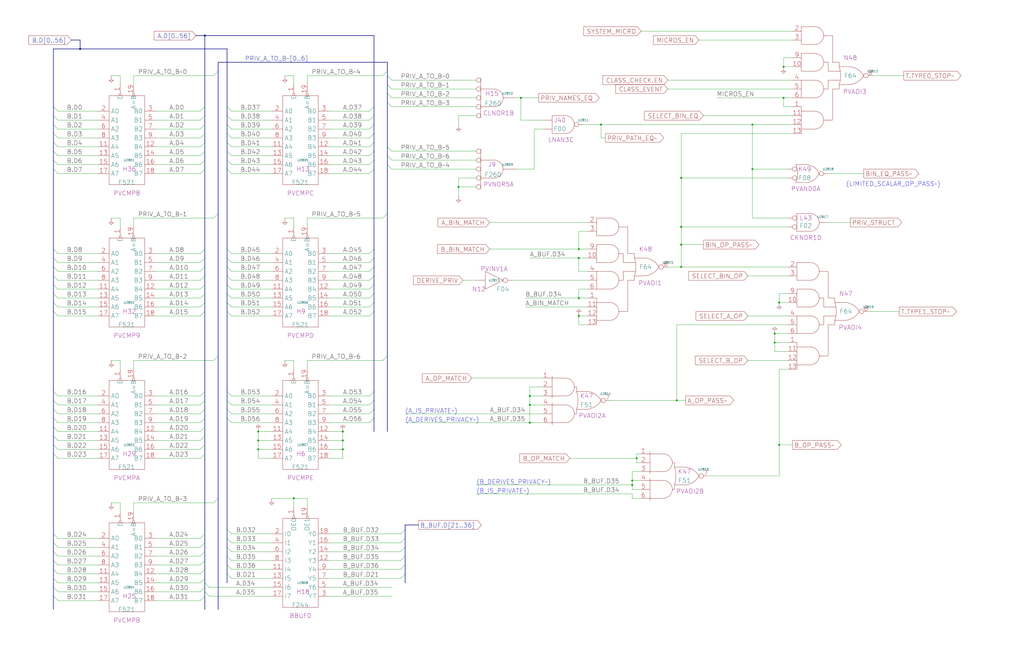
<source format=kicad_sch>
(kicad_sch (version 20250114) (generator "eeschema") (generator_version "9.0")
  (paper "User" 584.2 378.46)
  (title_block (title "PRIVACY CHECK LOGIC") (date "15-MAR-90") (rev "1.0") (comment 1 "TYPE") (comment 2 "232-003062") (comment 3 "S400") (comment 4 "RELEASED"))
  (text "(A_IS_PRIVATE~)\n" (at 231.14 236.22 0) (effects (font (size 2.54 2.54)) (justify left bottom)))
  (text "(B_IS_PRIVATE~)" (at 271.78 281.94 0) (effects (font (size 2.54 2.54)) (justify left bottom)))
  (text "(B_DERIVES_PRIVACY~)" (at 271.78 276.86 0) (effects (font (size 2.54 2.54)) (justify left bottom)))
  (text "(LIMITED_SCALAR_OP_PASS~)\n" (at 482.6 106.68 0) (effects (font (size 2.54 2.54)) (justify left bottom)))
  (text "(A_DERIVES_PRIVACY~)" (at 231.14 241.3 0) (effects (font (size 2.54 2.54)) (justify left bottom)))
  (junction (at 167.64 284.48))
  (junction (at 360.68 274.32))
  (junction (at 447.04 38.1))
  (junction (at 302.26 241.3))
  (junction (at 363.22 261.62))
  (junction (at 147.32 246.38))
  (junction (at 342.9 71.12))
  (junction (at 302.26 231.14))
  (junction (at 261.62 106.68))
  (junction (at 441.96 195.58))
  (junction (at 147.32 256.54))
  (junction (at 330.2 147.32))
  (junction (at 116.84 20.32))
  (junction (at 330.2 142.24))
  (junction (at 297.18 55.88))
  (junction (at 302.26 226.06))
  (junction (at 195.58 256.54))
  (junction (at 429.26 71.12))
  (junction (at 45.72 27.94))
  (junction (at 388.62 129.54))
  (junction (at 444.5 172.72))
  (junction (at 447.04 55.88))
  (junction (at 360.68 276.86))
  (junction (at 330.2 170.18))
  (junction (at 388.62 101.6))
  (junction (at 444.5 254))
  (junction (at 195.58 251.46))
  (junction (at 386.08 228.6))
  (junction (at 441.96 190.5))
  (junction (at 388.62 139.7))
  (junction (at 147.32 251.46))
  (junction (at 195.58 246.38))
  (junction (at 388.62 152.4))
  (junction (at 429.26 96.52))
  (junction (at 330.2 180.34))
  (bus_entry (at 116.84 332.74) (size 2.54 2.54))
  (bus_entry (at 116.84 152.4) (size -2.54 2.54))
  (bus_entry (at 220.98 43.18) (size 2.54 2.54))
  (bus_entry (at 213.36 66.04) (size -2.54 2.54))
  (bus_entry (at 116.84 228.6) (size -2.54 2.54))
  (bus_entry (at 30.48 157.48) (size 2.54 2.54))
  (bus_entry (at 116.84 309.88) (size -2.54 2.54))
  (bus_entry (at 129.54 147.32) (size 2.54 2.54))
  (bus_entry (at 116.84 86.36) (size -2.54 2.54))
  (bus_entry (at 30.48 228.6) (size 2.54 2.54))
  (bus_entry (at 116.84 177.8) (size -2.54 2.54))
  (bus_entry (at 213.36 60.96) (size -2.54 2.54))
  (bus_entry (at 124.46 203.2) (size -2.54 2.54))
  (bus_entry (at 129.54 96.52) (size 2.54 2.54))
  (bus_entry (at 116.84 248.92) (size -2.54 2.54))
  (bus_entry (at 116.84 238.76) (size -2.54 2.54))
  (bus_entry (at 220.98 40.64) (size -2.54 2.54))
  (bus_entry (at 116.84 71.12) (size -2.54 2.54))
  (bus_entry (at 231.14 327.66) (size -2.54 2.54))
  (bus_entry (at 129.54 76.2) (size 2.54 2.54))
  (bus_entry (at 231.14 322.58) (size -2.54 2.54))
  (bus_entry (at 116.84 91.44) (size -2.54 2.54))
  (bus_entry (at 30.48 340.36) (size 2.54 2.54))
  (bus_entry (at 129.54 86.36) (size 2.54 2.54))
  (bus_entry (at 30.48 320.04) (size 2.54 2.54))
  (bus_entry (at 129.54 322.58) (size 2.54 2.54))
  (bus_entry (at 116.84 325.12) (size -2.54 2.54))
  (bus_entry (at 116.84 147.32) (size -2.54 2.54))
  (bus_entry (at 129.54 233.68) (size 2.54 2.54))
  (bus_entry (at 213.36 223.52) (size -2.54 2.54))
  (bus_entry (at 213.36 177.8) (size -2.54 2.54))
  (bus_entry (at 30.48 152.4) (size 2.54 2.54))
  (bus_entry (at 129.54 327.66) (size 2.54 2.54))
  (bus_entry (at 213.36 152.4) (size -2.54 2.54))
  (bus_entry (at 129.54 157.48) (size 2.54 2.54))
  (bus_entry (at 116.84 233.68) (size -2.54 2.54))
  (bus_entry (at 30.48 330.2) (size 2.54 2.54))
  (bus_entry (at 30.48 167.64) (size 2.54 2.54))
  (bus_entry (at 30.48 86.36) (size 2.54 2.54))
  (bus_entry (at 30.48 76.2) (size 2.54 2.54))
  (bus_entry (at 220.98 83.82) (size 2.54 2.54))
  (bus_entry (at 231.14 317.5) (size -2.54 2.54))
  (bus_entry (at 129.54 71.12) (size 2.54 2.54))
  (bus_entry (at 116.84 254) (size -2.54 2.54))
  (bus_entry (at 129.54 167.64) (size 2.54 2.54))
  (bus_entry (at 213.36 233.68) (size -2.54 2.54))
  (bus_entry (at 116.84 223.52) (size -2.54 2.54))
  (bus_entry (at 220.98 121.92) (size -2.54 2.54))
  (bus_entry (at 30.48 96.52) (size 2.54 2.54))
  (bus_entry (at 129.54 312.42) (size 2.54 2.54))
  (bus_entry (at 116.84 172.72) (size -2.54 2.54))
  (bus_entry (at 213.36 76.2) (size -2.54 2.54))
  (bus_entry (at 116.84 66.04) (size -2.54 2.54))
  (bus_entry (at 129.54 238.76) (size 2.54 2.54))
  (bus_entry (at 116.84 142.24) (size -2.54 2.54))
  (bus_entry (at 213.36 96.52) (size -2.54 2.54))
  (bus_entry (at 116.84 314.96) (size -2.54 2.54))
  (bus_entry (at 129.54 223.52) (size 2.54 2.54))
  (bus_entry (at 30.48 147.32) (size 2.54 2.54))
  (bus_entry (at 30.48 238.76) (size 2.54 2.54))
  (bus_entry (at 213.36 162.56) (size -2.54 2.54))
  (bus_entry (at 116.84 320.04) (size -2.54 2.54))
  (bus_entry (at 30.48 172.72) (size 2.54 2.54))
  (bus_entry (at 30.48 325.12) (size 2.54 2.54))
  (bus_entry (at 116.84 167.64) (size -2.54 2.54))
  (bus_entry (at 30.48 60.96) (size 2.54 2.54))
  (bus_entry (at 129.54 152.4) (size 2.54 2.54))
  (bus_entry (at 213.36 142.24) (size -2.54 2.54))
  (bus_entry (at 129.54 81.28) (size 2.54 2.54))
  (bus_entry (at 30.48 314.96) (size 2.54 2.54))
  (bus_entry (at 129.54 177.8) (size 2.54 2.54))
  (bus_entry (at 30.48 162.56) (size 2.54 2.54))
  (bus_entry (at 30.48 91.44) (size 2.54 2.54))
  (bus_entry (at 213.36 71.12) (size -2.54 2.54))
  (bus_entry (at 220.98 203.2) (size -2.54 2.54))
  (bus_entry (at 116.84 337.82) (size 2.54 2.54))
  (bus_entry (at 220.98 53.34) (size 2.54 2.54))
  (bus_entry (at 116.84 259.08) (size -2.54 2.54))
  (bus_entry (at 220.98 58.42) (size 2.54 2.54))
  (bus_entry (at 116.84 330.2) (size -2.54 2.54))
  (bus_entry (at 129.54 91.44) (size 2.54 2.54))
  (bus_entry (at 129.54 66.04) (size 2.54 2.54))
  (bus_entry (at 213.36 172.72) (size -2.54 2.54))
  (bus_entry (at 213.36 91.44) (size -2.54 2.54))
  (bus_entry (at 30.48 309.88) (size 2.54 2.54))
  (bus_entry (at 116.84 96.52) (size -2.54 2.54))
  (bus_entry (at 30.48 259.08) (size 2.54 2.54))
  (bus_entry (at 116.84 81.28) (size -2.54 2.54))
  (bus_entry (at 30.48 81.28) (size 2.54 2.54))
  (bus_entry (at 116.84 340.36) (size -2.54 2.54))
  (bus_entry (at 213.36 86.36) (size -2.54 2.54))
  (bus_entry (at 30.48 243.84) (size 2.54 2.54))
  (bus_entry (at 213.36 81.28) (size -2.54 2.54))
  (bus_entry (at 30.48 177.8) (size 2.54 2.54))
  (bus_entry (at 213.36 228.6) (size -2.54 2.54))
  (bus_entry (at 116.84 162.56) (size -2.54 2.54))
  (bus_entry (at 124.46 121.92) (size -2.54 2.54))
  (bus_entry (at 116.84 304.8) (size -2.54 2.54))
  (bus_entry (at 124.46 40.64) (size -2.54 2.54))
  (bus_entry (at 30.48 71.12) (size 2.54 2.54))
  (bus_entry (at 129.54 317.5) (size 2.54 2.54))
  (bus_entry (at 231.14 302.26) (size -2.54 2.54))
  (bus_entry (at 30.48 254) (size 2.54 2.54))
  (bus_entry (at 220.98 88.9) (size 2.54 2.54))
  (bus_entry (at 231.14 307.34) (size -2.54 2.54))
  (bus_entry (at 213.36 167.64) (size -2.54 2.54))
  (bus_entry (at 30.48 142.24) (size 2.54 2.54))
  (bus_entry (at 129.54 228.6) (size 2.54 2.54))
  (bus_entry (at 30.48 304.8) (size 2.54 2.54))
  (bus_entry (at 220.98 93.98) (size 2.54 2.54))
  (bus_entry (at 116.84 60.96) (size -2.54 2.54))
  (bus_entry (at 129.54 60.96) (size 2.54 2.54))
  (bus_entry (at 213.36 147.32) (size -2.54 2.54))
  (bus_entry (at 213.36 238.76) (size -2.54 2.54))
  (bus_entry (at 30.48 66.04) (size 2.54 2.54))
  (bus_entry (at 116.84 243.84) (size -2.54 2.54))
  (bus_entry (at 129.54 307.34) (size 2.54 2.54))
  (bus_entry (at 129.54 172.72) (size 2.54 2.54))
  (bus_entry (at 213.36 157.48) (size -2.54 2.54))
  (bus_entry (at 220.98 48.26) (size 2.54 2.54))
  (bus_entry (at 129.54 302.26) (size 2.54 2.54))
  (bus_entry (at 30.48 248.92) (size 2.54 2.54))
  (bus_entry (at 30.48 335.28) (size 2.54 2.54))
  (bus_entry (at 116.84 76.2) (size -2.54 2.54))
  (bus_entry (at 231.14 312.42) (size -2.54 2.54))
  (bus_entry (at 116.84 335.28) (size -2.54 2.54))
  (bus_entry (at 30.48 223.52) (size 2.54 2.54))
  (bus_entry (at 116.84 157.48) (size -2.54 2.54))
  (bus_entry (at 129.54 142.24) (size 2.54 2.54))
  (bus_entry (at 124.46 284.48) (size -2.54 2.54))
  (bus_entry (at 30.48 233.68) (size 2.54 2.54))
  (bus_entry (at 129.54 162.56) (size 2.54 2.54))
  (wire (pts (xy 88.9 88.9) (xy 114.3 88.9)))
  (wire (pts (xy 132.08 93.98) (xy 154.94 93.98)))
  (bus (pts (xy 116.84 304.8) (xy 116.84 309.88)))
  (wire (pts (xy 449.58 185.42) (xy 386.08 185.42)))
  (bus (pts (xy 231.14 307.34) (xy 231.14 312.42)))
  (wire (pts (xy 119.38 335.28) (xy 154.94 335.28)))
  (bus (pts (xy 129.54 322.58) (xy 129.54 327.66)))
  (bus (pts (xy 30.48 162.56) (xy 30.48 167.64)))
  (wire (pts (xy 441.96 195.58) (xy 449.58 195.58)))
  (wire (pts (xy 132.08 160.02) (xy 154.94 160.02)))
  (bus (pts (xy 129.54 167.64) (xy 129.54 172.72)))
  (wire (pts (xy 33.02 337.82) (xy 55.88 337.82)))
  (bus (pts (xy 116.84 238.76) (xy 116.84 243.84)))
  (wire (pts (xy 33.02 226.06) (xy 55.88 226.06)))
  (wire (pts (xy 187.96 68.58) (xy 210.82 68.58)))
  (bus (pts (xy 231.14 322.58) (xy 231.14 327.66)))
  (wire (pts (xy 33.02 68.58) (xy 55.88 68.58)))
  (bus (pts (xy 213.36 60.96) (xy 213.36 66.04)))
  (wire (pts (xy 332.74 71.12) (xy 342.9 71.12)))
  (wire (pts (xy 360.68 269.24) (xy 360.68 274.32)))
  (wire (pts (xy 408.94 55.88) (xy 447.04 55.88)))
  (wire (pts (xy 187.96 180.34) (xy 210.82 180.34)))
  (wire (pts (xy 88.9 332.74) (xy 114.3 332.74)))
  (wire (pts (xy 33.02 342.9) (xy 55.88 342.9)))
  (wire (pts (xy 447.04 60.96) (xy 447.04 55.88)))
  (bus (pts (xy 116.84 314.96) (xy 116.84 320.04)))
  (bus (pts (xy 116.84 259.08) (xy 116.84 304.8)))
  (wire (pts (xy 444.5 172.72) (xy 449.58 172.72)))
  (wire (pts (xy 175.26 205.74) (xy 218.44 205.74)))
  (wire (pts (xy 33.02 149.86) (xy 55.88 149.86)))
  (wire (pts (xy 452.12 60.96) (xy 447.04 60.96)))
  (wire (pts (xy 388.62 129.54) (xy 388.62 139.7)))
  (wire (pts (xy 302.26 231.14) (xy 309.88 231.14)))
  (wire (pts (xy 88.9 317.5) (xy 114.3 317.5)))
  (wire (pts (xy 386.08 228.6) (xy 347.98 228.6)))
  (wire (pts (xy 76.2 48.26) (xy 76.2 43.18)))
  (bus (pts (xy 129.54 172.72) (xy 129.54 177.8)))
  (wire (pts (xy 342.9 71.12) (xy 429.26 71.12)))
  (wire (pts (xy 441.96 200.66) (xy 441.96 195.58)))
  (wire (pts (xy 187.96 241.3) (xy 210.82 241.3)))
  (wire (pts (xy 167.64 129.54) (xy 167.64 124.46)))
  (wire (pts (xy 388.62 76.2) (xy 388.62 101.6)))
  (bus (pts (xy 116.84 81.28) (xy 116.84 86.36)))
  (wire (pts (xy 147.32 256.54) (xy 147.32 251.46)))
  (bus (pts (xy 129.54 307.34) (xy 129.54 312.42)))
  (wire (pts (xy 302.26 226.06) (xy 302.26 231.14)))
  (bus (pts (xy 30.48 86.36) (xy 30.48 91.44)))
  (wire (pts (xy 452.12 33.02) (xy 447.04 33.02)))
  (bus (pts (xy 116.84 66.04) (xy 116.84 71.12)))
  (bus (pts (xy 213.36 71.12) (xy 213.36 76.2)))
  (bus (pts (xy 30.48 147.32) (xy 30.48 152.4)))
  (wire (pts (xy 363.22 259.08) (xy 363.22 261.62)))
  (wire (pts (xy 449.58 200.66) (xy 441.96 200.66)))
  (wire (pts (xy 449.58 167.64) (xy 444.5 167.64)))
  (wire (pts (xy 33.02 83.82) (xy 55.88 83.82)))
  (wire (pts (xy 187.96 175.26) (xy 210.82 175.26)))
  (wire (pts (xy 261.62 101.6) (xy 261.62 106.68)))
  (wire (pts (xy 175.26 43.18) (xy 218.44 43.18)))
  (bus (pts (xy 116.84 243.84) (xy 116.84 248.92)))
  (wire (pts (xy 88.9 261.62) (xy 114.3 261.62)))
  (wire (pts (xy 132.08 226.06) (xy 154.94 226.06)))
  (wire (pts (xy 33.02 312.42) (xy 55.88 312.42)))
  (wire (pts (xy 88.9 165.1) (xy 114.3 165.1)))
  (wire (pts (xy 88.9 337.82) (xy 114.3 337.82)))
  (wire (pts (xy 271.78 101.6) (xy 261.62 101.6)))
  (wire (pts (xy 167.64 210.82) (xy 167.64 205.74)))
  (bus (pts (xy 129.54 60.96) (xy 129.54 66.04)))
  (wire (pts (xy 497.84 43.18) (xy 515.62 43.18)))
  (wire (pts (xy 132.08 63.5) (xy 154.94 63.5)))
  (bus (pts (xy 116.84 96.52) (xy 116.84 142.24)))
  (wire (pts (xy 223.52 55.88) (xy 271.78 55.88)))
  (wire (pts (xy 33.02 327.66) (xy 55.88 327.66)))
  (wire (pts (xy 33.02 88.9) (xy 55.88 88.9)))
  (wire (pts (xy 294.64 55.88) (xy 297.18 55.88)))
  (wire (pts (xy 68.58 124.46) (xy 63.5 124.46)))
  (wire (pts (xy 187.96 78.74) (xy 210.82 78.74)))
  (bus (pts (xy 124.46 203.2) (xy 124.46 284.48)))
  (wire (pts (xy 88.9 160.02) (xy 114.3 160.02)))
  (wire (pts (xy 187.96 83.82) (xy 210.82 83.82)))
  (bus (pts (xy 30.48 27.94) (xy 30.48 60.96)))
  (bus (pts (xy 30.48 259.08) (xy 30.48 304.8)))
  (wire (pts (xy 68.58 48.26) (xy 68.58 43.18)))
  (bus (pts (xy 116.84 20.32) (xy 213.36 20.32)))
  (wire (pts (xy 88.9 307.34) (xy 114.3 307.34)))
  (wire (pts (xy 132.08 241.3) (xy 154.94 241.3)))
  (bus (pts (xy 30.48 320.04) (xy 30.48 325.12)))
  (wire (pts (xy 33.02 99.06) (xy 55.88 99.06)))
  (wire (pts (xy 279.4 127) (xy 335.28 127)))
  (wire (pts (xy 132.08 99.06) (xy 154.94 99.06)))
  (wire (pts (xy 187.96 63.5) (xy 210.82 63.5)))
  (wire (pts (xy 132.08 154.94) (xy 154.94 154.94)))
  (wire (pts (xy 381 50.8) (xy 452.12 50.8)))
  (wire (pts (xy 187.96 170.18) (xy 210.82 170.18)))
  (wire (pts (xy 365.76 284.48) (xy 360.68 284.48)))
  (bus (pts (xy 213.36 238.76) (xy 213.36 246.38)))
  (wire (pts (xy 132.08 320.04) (xy 154.94 320.04)))
  (wire (pts (xy 88.9 312.42) (xy 114.3 312.42)))
  (wire (pts (xy 388.62 152.4) (xy 449.58 152.4)))
  (wire (pts (xy 441.96 195.58) (xy 441.96 190.5)))
  (bus (pts (xy 231.14 327.66) (xy 231.14 332.74)))
  (wire (pts (xy 132.08 236.22) (xy 154.94 236.22)))
  (bus (pts (xy 129.54 238.76) (xy 129.54 302.26)))
  (wire (pts (xy 132.08 314.96) (xy 154.94 314.96)))
  (bus (pts (xy 116.84 233.68) (xy 116.84 238.76)))
  (wire (pts (xy 88.9 246.38) (xy 114.3 246.38)))
  (wire (pts (xy 330.2 142.24) (xy 335.28 142.24)))
  (wire (pts (xy 33.02 317.5) (xy 55.88 317.5)))
  (bus (pts (xy 213.36 228.6) (xy 213.36 233.68)))
  (wire (pts (xy 76.2 210.82) (xy 76.2 205.74)))
  (wire (pts (xy 330.2 170.18) (xy 335.28 170.18)))
  (wire (pts (xy 33.02 322.58) (xy 55.88 322.58)))
  (bus (pts (xy 116.84 254) (xy 116.84 259.08)))
  (bus (pts (xy 220.98 48.26) (xy 220.98 53.34)))
  (wire (pts (xy 261.62 106.68) (xy 261.62 111.76)))
  (wire (pts (xy 363.22 264.16) (xy 363.22 261.62)))
  (bus (pts (xy 116.84 340.36) (xy 116.84 347.98)))
  (bus (pts (xy 111.76 20.32) (xy 116.84 20.32)))
  (wire (pts (xy 279.4 142.24) (xy 330.2 142.24)))
  (wire (pts (xy 88.9 99.06) (xy 114.3 99.06)))
  (wire (pts (xy 33.02 93.98) (xy 55.88 93.98)))
  (wire (pts (xy 187.96 236.22) (xy 210.82 236.22)))
  (bus (pts (xy 129.54 81.28) (xy 129.54 86.36)))
  (wire (pts (xy 304.8 96.52) (xy 294.64 96.52)))
  (bus (pts (xy 213.36 20.32) (xy 213.36 60.96)))
  (bus (pts (xy 116.84 332.74) (xy 116.84 335.28)))
  (wire (pts (xy 68.58 205.74) (xy 63.5 205.74)))
  (bus (pts (xy 45.72 22.86) (xy 45.72 27.94)))
  (bus (pts (xy 30.48 228.6) (xy 30.48 233.68)))
  (bus (pts (xy 30.48 248.92) (xy 30.48 254)))
  (wire (pts (xy 330.2 154.94) (xy 330.2 147.32)))
  (wire (pts (xy 360.68 279.4) (xy 360.68 276.86)))
  (bus (pts (xy 220.98 93.98) (xy 220.98 121.92)))
  (wire (pts (xy 187.96 160.02) (xy 210.82 160.02)))
  (wire (pts (xy 330.2 132.08) (xy 330.2 142.24)))
  (wire (pts (xy 335.28 132.08) (xy 330.2 132.08)))
  (wire (pts (xy 167.64 124.46) (xy 162.56 124.46)))
  (bus (pts (xy 116.84 152.4) (xy 116.84 157.48)))
  (bus (pts (xy 129.54 233.68) (xy 129.54 238.76)))
  (wire (pts (xy 309.88 68.58) (xy 297.18 68.58)))
  (wire (pts (xy 223.52 86.36) (xy 271.78 86.36)))
  (bus (pts (xy 30.48 309.88) (xy 30.48 314.96)))
  (wire (pts (xy 175.26 48.26) (xy 175.26 43.18)))
  (bus (pts (xy 30.48 76.2) (xy 30.48 81.28)))
  (wire (pts (xy 88.9 68.58) (xy 114.3 68.58)))
  (wire (pts (xy 33.02 154.94) (xy 55.88 154.94)))
  (wire (pts (xy 429.26 96.52) (xy 429.26 124.46)))
  (wire (pts (xy 132.08 88.9) (xy 154.94 88.9)))
  (wire (pts (xy 175.26 284.48) (xy 167.64 284.48)))
  (wire (pts (xy 132.08 304.8) (xy 154.94 304.8)))
  (bus (pts (xy 213.36 162.56) (xy 213.36 167.64)))
  (wire (pts (xy 88.9 236.22) (xy 114.3 236.22)))
  (wire (pts (xy 88.9 231.14) (xy 114.3 231.14)))
  (wire (pts (xy 264.16 160.02) (xy 271.78 160.02)))
  (wire (pts (xy 309.88 220.98) (xy 302.26 220.98)))
  (wire (pts (xy 426.72 180.34) (xy 449.58 180.34)))
  (bus (pts (xy 213.36 76.2) (xy 213.36 81.28)))
  (bus (pts (xy 129.54 66.04) (xy 129.54 71.12)))
  (wire (pts (xy 33.02 231.14) (xy 55.88 231.14)))
  (wire (pts (xy 360.68 274.32) (xy 365.76 274.32)))
  (wire (pts (xy 175.26 289.56) (xy 175.26 284.48)))
  (wire (pts (xy 381 45.72) (xy 452.12 45.72)))
  (bus (pts (xy 30.48 167.64) (xy 30.48 172.72)))
  (wire (pts (xy 447.04 38.1) (xy 452.12 38.1)))
  (wire (pts (xy 76.2 124.46) (xy 121.92 124.46)))
  (wire (pts (xy 223.52 60.96) (xy 271.78 60.96)))
  (bus (pts (xy 129.54 76.2) (xy 129.54 81.28)))
  (wire (pts (xy 175.26 129.54) (xy 175.26 124.46)))
  (wire (pts (xy 444.5 254) (xy 452.12 254)))
  (wire (pts (xy 33.02 180.34) (xy 55.88 180.34)))
  (wire (pts (xy 88.9 93.98) (xy 114.3 93.98)))
  (bus (pts (xy 116.84 60.96) (xy 116.84 66.04)))
  (wire (pts (xy 88.9 342.9) (xy 114.3 342.9)))
  (bus (pts (xy 129.54 147.32) (xy 129.54 152.4)))
  (wire (pts (xy 88.9 73.66) (xy 114.3 73.66)))
  (wire (pts (xy 147.32 261.62) (xy 147.32 256.54)))
  (wire (pts (xy 132.08 149.86) (xy 154.94 149.86)))
  (bus (pts (xy 30.48 91.44) (xy 30.48 96.52)))
  (bus (pts (xy 116.84 325.12) (xy 116.84 330.2)))
  (wire (pts (xy 68.58 292.1) (xy 68.58 287.02)))
  (wire (pts (xy 132.08 175.26) (xy 154.94 175.26)))
  (wire (pts (xy 386.08 185.42) (xy 386.08 228.6)))
  (bus (pts (xy 116.84 248.92) (xy 116.84 254)))
  (wire (pts (xy 444.5 271.78) (xy 444.5 254)))
  (wire (pts (xy 167.64 48.26) (xy 167.64 43.18)))
  (wire (pts (xy 33.02 63.5) (xy 55.88 63.5)))
  (wire (pts (xy 365.76 17.78) (xy 452.12 17.78)))
  (wire (pts (xy 386.08 228.6) (xy 391.16 228.6)))
  (wire (pts (xy 33.02 78.74) (xy 55.88 78.74)))
  (bus (pts (xy 30.48 27.94) (xy 45.72 27.94)))
  (bus (pts (xy 30.48 60.96) (xy 30.48 66.04)))
  (wire (pts (xy 187.96 325.12) (xy 228.6 325.12)))
  (wire (pts (xy 187.96 231.14) (xy 210.82 231.14)))
  (bus (pts (xy 213.36 142.24) (xy 213.36 147.32)))
  (bus (pts (xy 213.36 81.28) (xy 213.36 86.36)))
  (bus (pts (xy 213.36 96.52) (xy 213.36 142.24)))
  (wire (pts (xy 223.52 91.44) (xy 271.78 91.44)))
  (bus (pts (xy 220.98 40.64) (xy 220.98 43.18)))
  (wire (pts (xy 441.96 190.5) (xy 449.58 190.5)))
  (bus (pts (xy 30.48 238.76) (xy 30.48 243.84)))
  (bus (pts (xy 30.48 243.84) (xy 30.48 248.92)))
  (wire (pts (xy 429.26 71.12) (xy 452.12 71.12)))
  (wire (pts (xy 269.24 215.9) (xy 309.88 215.9)))
  (wire (pts (xy 88.9 327.66) (xy 114.3 327.66)))
  (bus (pts (xy 30.48 330.2) (xy 30.48 335.28)))
  (bus (pts (xy 30.48 254) (xy 30.48 259.08)))
  (wire (pts (xy 187.96 251.46) (xy 195.58 251.46)))
  (bus (pts (xy 129.54 91.44) (xy 129.54 96.52)))
  (wire (pts (xy 76.2 129.54) (xy 76.2 124.46)))
  (wire (pts (xy 132.08 170.18) (xy 154.94 170.18)))
  (bus (pts (xy 129.54 71.12) (xy 129.54 76.2)))
  (wire (pts (xy 495.3 177.8) (xy 513.08 177.8)))
  (wire (pts (xy 472.44 99.06) (xy 492.76 99.06)))
  (wire (pts (xy 444.5 167.64) (xy 444.5 172.72)))
  (wire (pts (xy 195.58 261.62) (xy 195.58 256.54)))
  (bus (pts (xy 220.98 121.92) (xy 220.98 203.2)))
  (wire (pts (xy 231.14 241.3) (xy 302.26 241.3)))
  (bus (pts (xy 213.36 147.32) (xy 213.36 152.4)))
  (bus (pts (xy 220.98 88.9) (xy 220.98 93.98)))
  (wire (pts (xy 335.28 185.42) (xy 330.2 185.42)))
  (wire (pts (xy 292.1 160.02) (xy 335.28 160.02)))
  (wire (pts (xy 330.2 180.34) (xy 335.28 180.34)))
  (bus (pts (xy 116.84 223.52) (xy 116.84 228.6)))
  (bus (pts (xy 129.54 312.42) (xy 129.54 317.5)))
  (bus (pts (xy 116.84 330.2) (xy 116.84 332.74)))
  (wire (pts (xy 88.9 241.3) (xy 114.3 241.3)))
  (bus (pts (xy 116.84 335.28) (xy 116.84 337.82)))
  (wire (pts (xy 187.96 246.38) (xy 195.58 246.38)))
  (wire (pts (xy 426.72 157.48) (xy 449.58 157.48)))
  (wire (pts (xy 132.08 78.74) (xy 154.94 78.74)))
  (wire (pts (xy 132.08 165.1) (xy 154.94 165.1)))
  (bus (pts (xy 129.54 96.52) (xy 129.54 142.24)))
  (bus (pts (xy 30.48 81.28) (xy 30.48 86.36)))
  (wire (pts (xy 398.78 22.86) (xy 452.12 22.86)))
  (bus (pts (xy 116.84 228.6) (xy 116.84 233.68)))
  (wire (pts (xy 223.52 50.8) (xy 271.78 50.8)))
  (bus (pts (xy 213.36 223.52) (xy 213.36 228.6)))
  (wire (pts (xy 429.26 96.52) (xy 449.58 96.52)))
  (wire (pts (xy 33.02 160.02) (xy 55.88 160.02)))
  (bus (pts (xy 231.14 299.72) (xy 231.14 302.26)))
  (wire (pts (xy 231.14 236.22) (xy 309.88 236.22)))
  (wire (pts (xy 444.5 254) (xy 444.5 210.82)))
  (bus (pts (xy 213.36 167.64) (xy 213.36 172.72)))
  (wire (pts (xy 68.58 43.18) (xy 63.5 43.18)))
  (wire (pts (xy 401.32 66.04) (xy 452.12 66.04)))
  (bus (pts (xy 30.48 233.68) (xy 30.48 238.76)))
  (wire (pts (xy 365.76 259.08) (xy 363.22 259.08)))
  (wire (pts (xy 223.52 45.72) (xy 271.78 45.72)))
  (wire (pts (xy 388.62 139.7) (xy 401.32 139.7)))
  (bus (pts (xy 116.84 309.88) (xy 116.84 314.96)))
  (bus (pts (xy 220.98 53.34) (xy 220.98 58.42)))
  (wire (pts (xy 88.9 226.06) (xy 114.3 226.06)))
  (wire (pts (xy 132.08 231.14) (xy 154.94 231.14)))
  (bus (pts (xy 116.84 142.24) (xy 116.84 147.32)))
  (wire (pts (xy 147.32 251.46) (xy 147.32 246.38)))
  (wire (pts (xy 449.58 124.46) (xy 429.26 124.46)))
  (bus (pts (xy 129.54 177.8) (xy 129.54 223.52)))
  (bus (pts (xy 213.36 172.72) (xy 213.36 177.8)))
  (wire (pts (xy 68.58 129.54) (xy 68.58 124.46)))
  (wire (pts (xy 187.96 93.98) (xy 210.82 93.98)))
  (bus (pts (xy 213.36 152.4) (xy 213.36 157.48)))
  (wire (pts (xy 365.76 269.24) (xy 360.68 269.24)))
  (bus (pts (xy 30.48 71.12) (xy 30.48 76.2)))
  (bus (pts (xy 129.54 228.6) (xy 129.54 233.68)))
  (wire (pts (xy 175.26 124.46) (xy 218.44 124.46)))
  (wire (pts (xy 132.08 325.12) (xy 154.94 325.12)))
  (bus (pts (xy 129.54 302.26) (xy 129.54 307.34)))
  (wire (pts (xy 302.26 226.06) (xy 309.88 226.06)))
  (bus (pts (xy 213.36 157.48) (xy 213.36 162.56)))
  (bus (pts (xy 129.54 86.36) (xy 129.54 91.44)))
  (wire (pts (xy 302.26 147.32) (xy 330.2 147.32)))
  (wire (pts (xy 261.62 106.68) (xy 271.78 106.68)))
  (wire (pts (xy 444.5 210.82) (xy 449.58 210.82)))
  (bus (pts (xy 213.36 177.8) (xy 213.36 223.52)))
  (bus (pts (xy 30.48 314.96) (xy 30.48 320.04)))
  (wire (pts (xy 33.02 236.22) (xy 55.88 236.22)))
  (wire (pts (xy 132.08 73.66) (xy 154.94 73.66)))
  (wire (pts (xy 88.9 251.46) (xy 114.3 251.46)))
  (bus (pts (xy 116.84 71.12) (xy 116.84 76.2)))
  (wire (pts (xy 119.38 340.36) (xy 154.94 340.36)))
  (wire (pts (xy 33.02 261.62) (xy 55.88 261.62)))
  (bus (pts (xy 231.14 299.72) (xy 238.76 299.72)))
  (bus (pts (xy 116.84 320.04) (xy 116.84 325.12)))
  (wire (pts (xy 175.26 210.82) (xy 175.26 205.74)))
  (wire (pts (xy 132.08 144.78) (xy 154.94 144.78)))
  (wire (pts (xy 88.9 144.78) (xy 114.3 144.78)))
  (wire (pts (xy 309.88 73.66) (xy 304.8 73.66)))
  (bus (pts (xy 116.84 86.36) (xy 116.84 91.44)))
  (wire (pts (xy 33.02 175.26) (xy 55.88 175.26)))
  (wire (pts (xy 68.58 210.82) (xy 68.58 205.74)))
  (wire (pts (xy 132.08 330.2) (xy 154.94 330.2)))
  (bus (pts (xy 124.46 284.48) (xy 124.46 347.98)))
  (bus (pts (xy 220.98 83.82) (xy 220.98 88.9)))
  (wire (pts (xy 365.76 279.4) (xy 360.68 279.4)))
  (wire (pts (xy 88.9 78.74) (xy 114.3 78.74)))
  (wire (pts (xy 88.9 154.94) (xy 114.3 154.94)))
  (wire (pts (xy 68.58 287.02) (xy 63.5 287.02)))
  (wire (pts (xy 132.08 309.88) (xy 154.94 309.88)))
  (wire (pts (xy 167.64 43.18) (xy 162.56 43.18)))
  (bus (pts (xy 220.98 203.2) (xy 220.98 246.38)))
  (bus (pts (xy 30.48 177.8) (xy 30.48 223.52)))
  (bus (pts (xy 30.48 325.12) (xy 30.48 330.2)))
  (wire (pts (xy 302.26 220.98) (xy 302.26 226.06)))
  (wire (pts (xy 342.9 78.74) (xy 342.9 71.12)))
  (wire (pts (xy 187.96 88.9) (xy 210.82 88.9)))
  (bus (pts (xy 116.84 20.32) (xy 116.84 60.96)))
  (wire (pts (xy 388.62 101.6) (xy 449.58 101.6)))
  (wire (pts (xy 76.2 287.02) (xy 121.92 287.02)))
  (wire (pts (xy 360.68 276.86) (xy 360.68 274.32)))
  (wire (pts (xy 330.2 165.1) (xy 330.2 170.18)))
  (bus (pts (xy 116.84 337.82) (xy 116.84 340.36)))
  (wire (pts (xy 33.02 256.54) (xy 55.88 256.54)))
  (wire (pts (xy 167.64 284.48) (xy 167.64 289.56)))
  (wire (pts (xy 304.8 73.66) (xy 304.8 96.52)))
  (bus (pts (xy 220.98 43.18) (xy 220.98 48.26)))
  (bus (pts (xy 124.46 40.64) (xy 124.46 121.92)))
  (wire (pts (xy 88.9 256.54) (xy 114.3 256.54)))
  (wire (pts (xy 302.26 231.14) (xy 302.26 241.3)))
  (wire (pts (xy 187.96 144.78) (xy 210.82 144.78)))
  (wire (pts (xy 33.02 246.38) (xy 55.88 246.38)))
  (bus (pts (xy 231.14 312.42) (xy 231.14 317.5)))
  (wire (pts (xy 452.12 76.2) (xy 388.62 76.2)))
  (bus (pts (xy 116.84 157.48) (xy 116.84 162.56)))
  (wire (pts (xy 187.96 340.36) (xy 223.52 340.36)))
  (wire (pts (xy 403.86 271.78) (xy 444.5 271.78)))
  (bus (pts (xy 129.54 223.52) (xy 129.54 228.6)))
  (bus (pts (xy 40.64 22.86) (xy 45.72 22.86)))
  (wire (pts (xy 335.28 165.1) (xy 330.2 165.1)))
  (wire (pts (xy 388.62 139.7) (xy 388.62 152.4)))
  (wire (pts (xy 360.68 284.48) (xy 360.68 281.94)))
  (bus (pts (xy 116.84 76.2) (xy 116.84 81.28)))
  (bus (pts (xy 30.48 223.52) (xy 30.48 228.6)))
  (wire (pts (xy 33.02 307.34) (xy 55.88 307.34)))
  (bus (pts (xy 124.46 35.56) (xy 124.46 40.64)))
  (bus (pts (xy 231.14 302.26) (xy 231.14 307.34)))
  (wire (pts (xy 187.96 304.8) (xy 228.6 304.8)))
  (wire (pts (xy 302.26 241.3) (xy 309.88 241.3)))
  (bus (pts (xy 220.98 58.42) (xy 220.98 83.82)))
  (wire (pts (xy 33.02 165.1) (xy 55.88 165.1)))
  (wire (pts (xy 187.96 73.66) (xy 210.82 73.66)))
  (wire (pts (xy 195.58 251.46) (xy 195.58 246.38)))
  (wire (pts (xy 187.96 330.2) (xy 228.6 330.2)))
  (bus (pts (xy 30.48 142.24) (xy 30.48 147.32)))
  (wire (pts (xy 187.96 335.28) (xy 223.52 335.28)))
  (bus (pts (xy 213.36 86.36) (xy 213.36 91.44)))
  (bus (pts (xy 213.36 91.44) (xy 213.36 96.52)))
  (bus (pts (xy 129.54 327.66) (xy 129.54 332.74)))
  (bus (pts (xy 30.48 340.36) (xy 30.48 347.98)))
  (wire (pts (xy 76.2 205.74) (xy 121.92 205.74)))
  (wire (pts (xy 187.96 256.54) (xy 195.58 256.54)))
  (wire (pts (xy 187.96 226.06) (xy 210.82 226.06)))
  (wire (pts (xy 297.18 55.88) (xy 307.34 55.88)))
  (wire (pts (xy 167.64 284.48) (xy 154.94 284.48)))
  (bus (pts (xy 213.36 233.68) (xy 213.36 238.76)))
  (wire (pts (xy 33.02 241.3) (xy 55.88 241.3)))
  (wire (pts (xy 223.52 96.52) (xy 271.78 96.52)))
  (wire (pts (xy 187.96 165.1) (xy 210.82 165.1)))
  (wire (pts (xy 472.44 127) (xy 485.14 127)))
  (wire (pts (xy 271.78 66.04) (xy 261.62 66.04)))
  (bus (pts (xy 30.48 335.28) (xy 30.48 340.36)))
  (bus (pts (xy 30.48 157.48) (xy 30.48 162.56)))
  (bus (pts (xy 124.46 35.56) (xy 220.98 35.56)))
  (bus (pts (xy 45.72 27.94) (xy 129.54 27.94)))
  (wire (pts (xy 132.08 83.82) (xy 154.94 83.82)))
  (wire (pts (xy 187.96 99.06) (xy 210.82 99.06)))
  (wire (pts (xy 33.02 332.74) (xy 55.88 332.74)))
  (wire (pts (xy 147.32 256.54) (xy 154.94 256.54)))
  (wire (pts (xy 330.2 185.42) (xy 330.2 180.34)))
  (wire (pts (xy 388.62 101.6) (xy 388.62 129.54)))
  (bus (pts (xy 220.98 35.56) (xy 220.98 40.64)))
  (wire (pts (xy 297.18 68.58) (xy 297.18 55.88)))
  (wire (pts (xy 88.9 180.34) (xy 114.3 180.34)))
  (bus (pts (xy 30.48 152.4) (xy 30.48 157.48)))
  (wire (pts (xy 426.72 205.74) (xy 449.58 205.74)))
  (bus (pts (xy 116.84 147.32) (xy 116.84 152.4)))
  (wire (pts (xy 76.2 43.18) (xy 121.92 43.18)))
  (bus (pts (xy 30.48 304.8) (xy 30.48 309.88)))
  (bus (pts (xy 116.84 162.56) (xy 116.84 167.64)))
  (wire (pts (xy 299.72 175.26) (xy 335.28 175.26)))
  (wire (pts (xy 132.08 68.58) (xy 154.94 68.58)))
  (wire (pts (xy 187.96 149.86) (xy 210.82 149.86)))
  (wire (pts (xy 429.26 71.12) (xy 429.26 96.52)))
  (wire (pts (xy 187.96 261.62) (xy 195.58 261.62)))
  (bus (pts (xy 30.48 96.52) (xy 30.48 142.24)))
  (bus (pts (xy 129.54 317.5) (xy 129.54 322.58)))
  (bus (pts (xy 213.36 66.04) (xy 213.36 71.12)))
  (wire (pts (xy 261.62 66.04) (xy 261.62 71.12)))
  (bus (pts (xy 116.84 172.72) (xy 116.84 177.8)))
  (wire (pts (xy 88.9 63.5) (xy 114.3 63.5)))
  (wire (pts (xy 147.32 246.38) (xy 154.94 246.38)))
  (bus (pts (xy 116.84 177.8) (xy 116.84 223.52)))
  (wire (pts (xy 187.96 320.04) (xy 228.6 320.04)))
  (bus (pts (xy 129.54 162.56) (xy 129.54 167.64)))
  (wire (pts (xy 167.64 205.74) (xy 162.56 205.74)))
  (wire (pts (xy 147.32 251.46) (xy 154.94 251.46)))
  (wire (pts (xy 335.28 154.94) (xy 330.2 154.94)))
  (bus (pts (xy 124.46 121.92) (xy 124.46 203.2)))
  (wire (pts (xy 33.02 144.78) (xy 55.88 144.78)))
  (wire (pts (xy 88.9 149.86) (xy 114.3 149.86)))
  (wire (pts (xy 447.04 33.02) (xy 447.04 38.1)))
  (wire (pts (xy 88.9 170.18) (xy 114.3 170.18)))
  (wire (pts (xy 330.2 147.32) (xy 335.28 147.32)))
  (wire (pts (xy 187.96 309.88) (xy 228.6 309.88)))
  (bus (pts (xy 116.84 91.44) (xy 116.84 96.52)))
  (wire (pts (xy 345.44 78.74) (xy 342.9 78.74)))
  (wire (pts (xy 187.96 314.96) (xy 228.6 314.96)))
  (wire (pts (xy 33.02 251.46) (xy 55.88 251.46)))
  (wire (pts (xy 76.2 292.1) (xy 76.2 287.02)))
  (bus (pts (xy 231.14 317.5) (xy 231.14 322.58)))
  (wire (pts (xy 154.94 261.62) (xy 147.32 261.62)))
  (bus (pts (xy 129.54 27.94) (xy 129.54 60.96)))
  (wire (pts (xy 381 152.4) (xy 388.62 152.4)))
  (wire (pts (xy 88.9 322.58) (xy 114.3 322.58)))
  (wire (pts (xy 447.04 55.88) (xy 452.12 55.88)))
  (wire (pts (xy 33.02 170.18) (xy 55.88 170.18)))
  (bus (pts (xy 30.48 66.04) (xy 30.48 71.12)))
  (wire (pts (xy 388.62 129.54) (xy 449.58 129.54)))
  (wire (pts (xy 271.78 276.86) (xy 360.68 276.86)))
  (wire (pts (xy 299.72 170.18) (xy 330.2 170.18)))
  (bus (pts (xy 129.54 142.24) (xy 129.54 147.32)))
  (bus (pts (xy 116.84 167.64) (xy 116.84 172.72)))
  (wire (pts (xy 132.08 180.34) (xy 154.94 180.34)))
  (wire (pts (xy 33.02 73.66) (xy 55.88 73.66)))
  (bus (pts (xy 129.54 152.4) (xy 129.54 157.48)))
  (wire (pts (xy 195.58 256.54) (xy 195.58 251.46)))
  (wire (pts (xy 187.96 154.94) (xy 210.82 154.94)))
  (wire (pts (xy 88.9 83.82) (xy 114.3 83.82)))
  (wire (pts (xy 363.22 261.62) (xy 325.12 261.62)))
  (bus (pts (xy 129.54 157.48) (xy 129.54 162.56)))
  (bus (pts (xy 30.48 172.72) (xy 30.48 177.8)))
  (wire (pts (xy 271.78 281.94) (xy 360.68 281.94)))
  (wire (pts (xy 88.9 175.26) (xy 114.3 175.26)))
  (wire (pts (xy 365.76 264.16) (xy 363.22 264.16)))
  (label "A.D49" (at 195.58 165.1 0) (effects (font (size 2.54 2.54))))
  (label "A.D26" (at 96.52 317.5 0) (effects (font (size 2.54 2.54))))
  (label "A.D39" (at 195.58 73.66 0) (effects (font (size 2.54 2.54))))
  (label "A.D50" (at 195.58 170.18 0) (effects (font (size 2.54 2.54))))
  (label "A.D15" (at 96.52 180.34 0) (effects (font (size 2.54 2.54))))
  (label "A_BUF.D34" (at 302.26 147.32 0) (effects (font (size 2.54 2.54))))
  (label "B.D33" (at 134.62 309.88 0) (effects (font (size 2.54 2.54))))
  (label "A.D3" (at 96.52 78.74 0) (effects (font (size 2.54 2.54))))
  (label "A.D18" (at 96.52 236.22 0) (effects (font (size 2.54 2.54))))
  (label "PRIV_A_TO_B~1" (at 228.6 50.8 0) (effects (font (size 2.54 2.54))))
  (label "B.D51" (at 137.16 175.26 0) (effects (font (size 2.54 2.54))))
  (label "B.D17" (at 38.1 231.14 0) (effects (font (size 2.54 2.54))))
  (label "B.D13" (at 38.1 170.18 0) (effects (font (size 2.54 2.54))))
  (label "PRIV_A_TO_B~6" (at 228.6 91.44 0) (effects (font (size 2.54 2.54))))
  (label "B_BUF.D35" (at 195.58 320.04 0) (effects (font (size 2.54 2.54))))
  (label "B.D9" (at 38.1 149.86 0) (effects (font (size 2.54 2.54))))
  (label "A_BIN_MATCH" (at 299.72 175.26 0) (effects (font (size 2.54 2.54))))
  (label "A.D9" (at 96.52 149.86 0) (effects (font (size 2.54 2.54))))
  (label "B.D27" (at 38.1 322.58 0) (effects (font (size 2.54 2.54))))
  (label "A.D55" (at 195.58 236.22 0) (effects (font (size 2.54 2.54))))
  (label "B.D50" (at 137.16 170.18 0) (effects (font (size 2.54 2.54))))
  (label "B.D19" (at 38.1 241.3 0) (effects (font (size 2.54 2.54))))
  (label "B_BUF.D34" (at 299.72 170.18 0) (effects (font (size 2.54 2.54))))
  (label "B.D54" (at 137.16 231.14 0) (effects (font (size 2.54 2.54))))
  (label "B.D20" (at 38.1 246.38 0) (effects (font (size 2.54 2.54))))
  (label "A.D7" (at 96.52 99.06 0) (effects (font (size 2.54 2.54))))
  (label "A.D40" (at 195.58 78.74 0) (effects (font (size 2.54 2.54))))
  (label "A.D29" (at 96.52 332.74 0) (effects (font (size 2.54 2.54))))
  (label "PRIV_A_TO_B~1" (at 78.74 124.46 0) (effects (font (size 2.54 2.54))))
  (label "B_BUF.D34" (at 195.58 314.96 0) (effects (font (size 2.54 2.54))))
  (label "B_BUF.D21" (at 195.58 330.2 0) (effects (font (size 2.54 2.54))))
  (label "A.D1" (at 96.52 68.58 0) (effects (font (size 2.54 2.54))))
  (label "A.D44" (at 195.58 99.06 0) (effects (font (size 2.54 2.54))))
  (label "A_BUF.D35" (at 279.4 241.3 0) (effects (font (size 2.54 2.54))))
  (label "A.D19" (at 96.52 241.3 0) (effects (font (size 2.54 2.54))))
  (label "B.D25" (at 38.1 312.42 0) (effects (font (size 2.54 2.54))))
  (label "A.D11" (at 96.52 160.02 0) (effects (font (size 2.54 2.54))))
  (label "B.D28" (at 38.1 327.66 0) (effects (font (size 2.54 2.54))))
  (label "B_BUF.D33" (at 195.58 309.88 0) (effects (font (size 2.54 2.54))))
  (label "A.D48" (at 195.58 160.02 0) (effects (font (size 2.54 2.54))))
  (label "B_BUF.D32" (at 195.58 304.8 0) (effects (font (size 2.54 2.54))))
  (label "B.D21" (at 134.62 330.2 0) (effects (font (size 2.54 2.54))))
  (label "B.D7" (at 38.1 99.06 0) (effects (font (size 2.54 2.54))))
  (label "PRIV_A_TO_B~5" (at 177.8 124.46 0) (effects (font (size 2.54 2.54))))
  (label "B.D34" (at 134.62 314.96 0) (effects (font (size 2.54 2.54))))
  (label "A.D45" (at 195.58 144.78 0) (effects (font (size 2.54 2.54))))
  (label "B.D5" (at 38.1 88.9 0) (effects (font (size 2.54 2.54))))
  (label "B.D18" (at 38.1 236.22 0) (effects (font (size 2.54 2.54))))
  (label "B.D49" (at 137.16 165.1 0) (effects (font (size 2.54 2.54))))
  (label "B.D45" (at 137.16 144.78 0) (effects (font (size 2.54 2.54))))
  (label "A.D34" (at 134.62 335.28 0) (effects (font (size 2.54 2.54))))
  (label "B.D14" (at 38.1 175.26 0) (effects (font (size 2.54 2.54))))
  (label "B.D55" (at 137.16 236.22 0) (effects (font (size 2.54 2.54))))
  (label "A.D38" (at 195.58 68.58 0) (effects (font (size 2.54 2.54))))
  (label "A_BUF.D34" (at 195.58 335.28 0) (effects (font (size 2.54 2.54))))
  (label "PRIV_A_TO_B~[0..6]" (at 139.7 35.56 0) (effects (font (size 2.54 2.54))))
  (label "B.D39" (at 137.16 73.66 0) (effects (font (size 2.54 2.54))))
  (label "A.D24" (at 96.52 307.34 0) (effects (font (size 2.54 2.54))))
  (label "B_BUF.D34" (at 332.74 281.94 0) (effects (font (size 2.54 2.54))))
  (label "B.D44" (at 137.16 99.06 0) (effects (font (size 2.54 2.54))))
  (label "B.D40" (at 137.16 78.74 0) (effects (font (size 2.54 2.54))))
  (label "B.D42" (at 137.16 88.9 0) (effects (font (size 2.54 2.54))))
  (label "A.D25" (at 96.52 312.42 0) (effects (font (size 2.54 2.54))))
  (label "A.D0" (at 96.52 63.5 0) (effects (font (size 2.54 2.54))))
  (label "B.D38" (at 137.16 68.58 0) (effects (font (size 2.54 2.54))))
  (label "B.D16" (at 38.1 226.06 0) (effects (font (size 2.54 2.54))))
  (label "PRIV_A_TO_B~3" (at 228.6 60.96 0) (effects (font (size 2.54 2.54))))
  (label "MICROS_EN" (at 408.94 55.88 0) (effects (font (size 2.54 2.54))))
  (label "B.D35" (at 134.62 320.04 0) (effects (font (size 2.54 2.54))))
  (label "B.D31" (at 38.1 342.9 0) (effects (font (size 2.54 2.54))))
  (label "A.D13" (at 96.52 170.18 0) (effects (font (size 2.54 2.54))))
  (label "PRIV_A_TO_B~3" (at 78.74 287.02 0) (effects (font (size 2.54 2.54))))
  (label "A.D56" (at 195.58 241.3 0) (effects (font (size 2.54 2.54))))
  (label "B.D26" (at 38.1 317.5 0) (effects (font (size 2.54 2.54))))
  (label "B.D24" (at 38.1 307.34 0) (effects (font (size 2.54 2.54))))
  (label "A_BUF.D35" (at 195.58 340.36 0) (effects (font (size 2.54 2.54))))
  (label "B.D12" (at 38.1 165.1 0) (effects (font (size 2.54 2.54))))
  (label "B.D46" (at 137.16 149.86 0) (effects (font (size 2.54 2.54))))
  (label "B.D6" (at 38.1 93.98 0) (effects (font (size 2.54 2.54))))
  (label "A.D31" (at 96.52 342.9 0) (effects (font (size 2.54 2.54))))
  (label "B.D30" (at 38.1 337.82 0) (effects (font (size 2.54 2.54))))
  (label "A.D35" (at 134.62 340.36 0) (effects (font (size 2.54 2.54))))
  (label "PRIV_A_TO_B~2" (at 228.6 55.88 0) (effects (font (size 2.54 2.54))))
  (label "PRIV_A_TO_B~5" (at 228.6 86.36 0) (effects (font (size 2.54 2.54))))
  (label "PRIV_A_TO_B~6" (at 177.8 205.74 0) (effects (font (size 2.54 2.54))))
  (label "A.D37" (at 195.58 63.5 0) (effects (font (size 2.54 2.54))))
  (label "B.D15" (at 38.1 180.34 0) (effects (font (size 2.54 2.54))))
  (label "A.D27" (at 96.52 322.58 0) (effects (font (size 2.54 2.54))))
  (label "A.D30" (at 96.52 337.82 0) (effects (font (size 2.54 2.54))))
  (label "A.D53" (at 195.58 226.06 0) (effects (font (size 2.54 2.54))))
  (label "B.D2" (at 38.1 73.66 0) (effects (font (size 2.54 2.54))))
  (label "A.D5" (at 96.52 88.9 0) (effects (font (size 2.54 2.54))))
  (label "B.D8" (at 38.1 144.78 0) (effects (font (size 2.54 2.54))))
  (label "B.D21" (at 38.1 251.46 0) (effects (font (size 2.54 2.54))))
  (label "B.D52" (at 137.16 180.34 0) (effects (font (size 2.54 2.54))))
  (label "B.D47" (at 137.16 154.94 0) (effects (font (size 2.54 2.54))))
  (label "PRIV_A_TO_B~0" (at 78.74 43.18 0) (effects (font (size 2.54 2.54))))
  (label "A.D6" (at 96.52 93.98 0) (effects (font (size 2.54 2.54))))
  (label "B.D29" (at 38.1 332.74 0) (effects (font (size 2.54 2.54))))
  (label "A.D42" (at 195.58 88.9 0) (effects (font (size 2.54 2.54))))
  (label "A.D4" (at 96.52 83.82 0) (effects (font (size 2.54 2.54))))
  (label "B.D32" (at 134.62 304.8 0) (effects (font (size 2.54 2.54))))
  (label "B.D41" (at 137.16 83.82 0) (effects (font (size 2.54 2.54))))
  (label "A.D23" (at 96.52 261.62 0) (effects (font (size 2.54 2.54))))
  (label "PRIV_A_TO_B~0" (at 228.6 45.72 0) (effects (font (size 2.54 2.54))))
  (label "B.D0" (at 38.1 63.5 0) (effects (font (size 2.54 2.54))))
  (label "B.D4" (at 38.1 83.82 0) (effects (font (size 2.54 2.54))))
  (label "A.D54" (at 195.58 231.14 0) (effects (font (size 2.54 2.54))))
  (label "A.D22" (at 96.52 256.54 0) (effects (font (size 2.54 2.54))))
  (label "PRIV_A_TO_B~2" (at 78.74 205.74 0) (effects (font (size 2.54 2.54))))
  (label "A.D43" (at 195.58 93.98 0) (effects (font (size 2.54 2.54))))
  (label "PRIV_A_TO_B~4" (at 228.6 96.52 0) (effects (font (size 2.54 2.54))))
  (label "B.D56" (at 137.16 241.3 0) (effects (font (size 2.54 2.54))))
  (label "A.D2" (at 96.52 73.66 0) (effects (font (size 2.54 2.54))))
  (label "A.D28" (at 96.52 327.66 0) (effects (font (size 2.54 2.54))))
  (label "A.D8" (at 96.52 144.78 0) (effects (font (size 2.54 2.54))))
  (label "B.D3" (at 38.1 78.74 0) (effects (font (size 2.54 2.54))))
  (label "B.D53" (at 137.16 226.06 0) (effects (font (size 2.54 2.54))))
  (label "A_BUF.D34" (at 279.4 236.22 0) (effects (font (size 2.54 2.54))))
  (label "A.D14" (at 96.52 175.26 0) (effects (font (size 2.54 2.54))))
  (label "A.D51" (at 195.58 175.26 0) (effects (font (size 2.54 2.54))))
  (label "A.D52" (at 195.58 180.34 0) (effects (font (size 2.54 2.54))))
  (label "A.D21" (at 96.52 251.46 0) (effects (font (size 2.54 2.54))))
  (label "B.D10" (at 38.1 154.94 0) (effects (font (size 2.54 2.54))))
  (label "A.D41" (at 195.58 83.82 0) (effects (font (size 2.54 2.54))))
  (label "A.D10" (at 96.52 154.94 0) (effects (font (size 2.54 2.54))))
  (label "A.D20" (at 96.52 246.38 0) (effects (font (size 2.54 2.54))))
  (label "B.D22" (at 38.1 256.54 0) (effects (font (size 2.54 2.54))))
  (label "A.D17" (at 96.52 231.14 0) (effects (font (size 2.54 2.54))))
  (label "B.D37" (at 137.16 63.5 0) (effects (font (size 2.54 2.54))))
  (label "B_BUF.D36" (at 195.58 325.12 0) (effects (font (size 2.54 2.54))))
  (label "B.D23" (at 38.1 261.62 0) (effects (font (size 2.54 2.54))))
  (label "A.D12" (at 96.52 165.1 0) (effects (font (size 2.54 2.54))))
  (label "A.D16" (at 96.52 226.06 0) (effects (font (size 2.54 2.54))))
  (label "B.D48" (at 137.16 160.02 0) (effects (font (size 2.54 2.54))))
  (label "PRIV_A_TO_B~4" (at 177.8 43.18 0) (effects (font (size 2.54 2.54))))
  (label "A.D47" (at 195.58 154.94 0) (effects (font (size 2.54 2.54))))
  (label "B.D11" (at 38.1 160.02 0) (effects (font (size 2.54 2.54))))
  (label "B.D36" (at 134.62 325.12 0) (effects (font (size 2.54 2.54))))
  (label "B.D1" (at 38.1 68.58 0) (effects (font (size 2.54 2.54))))
  (label "B.D43" (at 137.16 93.98 0) (effects (font (size 2.54 2.54))))
  (label "B_BUF.D35" (at 332.74 276.86 0) (effects (font (size 2.54 2.54))))
  (label "A.D46" (at 195.58 149.86 0) (effects (font (size 2.54 2.54))))
  (global_label "PRIV_NAMES_EQ" (shape output) (at 307.34 55.88 0) (effects (font (size 2.54 2.54))) (property "Intersheetrefs" "${INTERSHEET_REFS}" (at 341.9203 55.7213 0) (effects (font (size 1.905 1.905)) (justify left))))
  (global_label "SELECT_BIN_OP" (shape input) (at 426.72 157.48 180) (effects (font (size 2.54 2.54))) (property "Intersheetrefs" "${INTERSHEET_REFS}" (at 392.8654 157.3213 0) (effects (font (size 1.905 1.905)) (justify right))))
  (global_label "SELECT_A_OP" (shape input) (at 426.72 180.34 180) (effects (font (size 2.54 2.54))) (property "Intersheetrefs" "${INTERSHEET_REFS}" (at 397.0988 180.1813 0) (effects (font (size 1.905 1.905)) (justify right))))
  (global_label "A_OP_MATCH" (shape input) (at 269.24 215.9 180) (effects (font (size 2.54 2.54))) (property "Intersheetrefs" "${INTERSHEET_REFS}" (at 240.9492 215.7413 0) (effects (font (size 1.905 1.905)) (justify right))))
  (global_label "SELECT_B_OP" (shape input) (at 426.72 205.74 180) (effects (font (size 2.54 2.54))) (property "Intersheetrefs" "${INTERSHEET_REFS}" (at 396.7359 205.5813 0) (effects (font (size 1.905 1.905)) (justify right))))
  (global_label "B_OP_PASS~" (shape output) (at 452.12 254 0) (effects (font (size 2.54 2.54))) (property "Intersheetrefs" "${INTERSHEET_REFS}" (at 479.927 253.8413 0) (effects (font (size 1.905 1.905)) (justify left))))
  (global_label "PRIV_STRUCT" (shape output) (at 485.14 127 0) (effects (font (size 2.54 2.54))) (property "Intersheetrefs" "${INTERSHEET_REFS}" (at 514.3984 126.8413 0) (effects (font (size 1.905 1.905)) (justify left))))
  (global_label "PRIV_PATH_EQ~" (shape output) (at 345.44 78.74 0) (effects (font (size 2.54 2.54))) (property "Intersheetrefs" "${INTERSHEET_REFS}" (at 378.6898 78.5813 0) (effects (font (size 1.905 1.905)) (justify left))))
  (global_label "A.D[0..56]" (shape input) (at 111.76 20.32 180) (effects (font (size 2.54 2.54))) (property "Intersheetrefs" "${INTERSHEET_REFS}" (at 87.9445 20.1613 0) (effects (font (size 1.905 1.905)) (justify right))))
  (global_label "B_BUF.D[21..36]" (shape output) (at 238.76 299.72 0) (effects (font (size 2.54 2.54))) (property "Intersheetrefs" "${INTERSHEET_REFS}" (at 274.6708 299.5613 0) (effects (font (size 1.905 1.905)) (justify left))))
  (global_label "A_BIN_MATCH" (shape input) (at 279.4 127 180) (effects (font (size 2.54 2.54))) (property "Intersheetrefs" "${INTERSHEET_REFS}" (at 249.8997 126.8413 0) (effects (font (size 1.905 1.905)) (justify right))))
  (global_label "A_OP_PASS~" (shape output) (at 391.16 228.6 0) (effects (font (size 2.54 2.54))) (property "Intersheetrefs" "${INTERSHEET_REFS}" (at 418.6041 228.4413 0) (effects (font (size 1.905 1.905)) (justify left))))
  (global_label "MICROS_EN" (shape input) (at 398.78 22.86 180) (effects (font (size 2.54 2.54))) (property "Intersheetrefs" "${INTERSHEET_REFS}" (at 372.7873 22.7013 0) (effects (font (size 1.905 1.905)) (justify right))))
  (global_label "DERIVE_PRIV" (shape input) (at 264.16 160.02 180) (effects (font (size 2.54 2.54))) (property "Intersheetrefs" "${INTERSHEET_REFS}" (at 235.8692 159.8613 0) (effects (font (size 1.905 1.905)) (justify right))))
  (global_label "B_BIN_MATCH" (shape input) (at 279.4 142.24 180) (effects (font (size 2.54 2.54))) (property "Intersheetrefs" "${INTERSHEET_REFS}" (at 249.5369 142.0813 0) (effects (font (size 1.905 1.905)) (justify right))))
  (global_label "CLASS_CHECK.EN" (shape input) (at 381 45.72 180) (effects (font (size 2.54 2.54))) (property "Intersheetrefs" "${INTERSHEET_REFS}" (at 343.8797 45.5613 0) (effects (font (size 1.905 1.905)) (justify right))))
  (global_label "SELECT_BIN_EQ" (shape input) (at 401.32 66.04 180) (effects (font (size 2.54 2.54))) (property "Intersheetrefs" "${INTERSHEET_REFS}" (at 367.7073 65.8813 0) (effects (font (size 1.905 1.905)) (justify right))))
  (global_label "BIN_EQ_PASS~" (shape output) (at 492.76 99.06 0) (effects (font (size 2.54 2.54))) (property "Intersheetrefs" "${INTERSHEET_REFS}" (at 524.1955 98.9013 0) (effects (font (size 1.905 1.905)) (justify left))))
  (global_label "BIN_OP_PASS~" (shape output) (at 401.32 139.7 0) (effects (font (size 2.54 2.54))) (property "Intersheetrefs" "${INTERSHEET_REFS}" (at 432.9974 139.5413 0) (effects (font (size 1.905 1.905)) (justify left))))
  (global_label "SYSTEM_MICRO" (shape input) (at 365.76 17.78 180) (effects (font (size 2.54 2.54))) (property "Intersheetrefs" "${INTERSHEET_REFS}" (at 332.994 17.6213 0) (effects (font (size 1.905 1.905)) (justify right))))
  (global_label "T.TYPE1_STOP~" (shape output) (at 513.08 177.8 0) (effects (font (size 2.54 2.54))) (property "Intersheetrefs" "${INTERSHEET_REFS}" (at 545.725 177.6413 0) (effects (font (size 1.905 1.905)) (justify left))))
  (global_label "T.TYPE0_STOP~" (shape output) (at 515.62 43.18 0) (effects (font (size 2.54 2.54))) (property "Intersheetrefs" "${INTERSHEET_REFS}" (at 548.265 43.0213 0) (effects (font (size 1.905 1.905)) (justify left))))
  (global_label "B_OP_MATCH" (shape input) (at 325.12 261.62 180) (effects (font (size 2.54 2.54))) (property "Intersheetrefs" "${INTERSHEET_REFS}" (at 296.4664 261.4613 0) (effects (font (size 1.905 1.905)) (justify right))))
  (global_label "B.D[0..56]" (shape input) (at 40.64 22.86 180) (effects (font (size 2.54 2.54))) (property "Intersheetrefs" "${INTERSHEET_REFS}" (at 16.4616 22.7013 0) (effects (font (size 1.905 1.905)) (justify right))))
  (global_label "CLASS_EVENT" (shape input) (at 381 50.8 180) (effects (font (size 2.54 2.54))) (property "Intersheetrefs" "${INTERSHEET_REFS}" (at 351.2578 50.6413 0) (effects (font (size 1.905 1.905)) (justify right))))
  (symbol (lib_id "r1000:PU") (at 330.2 180.34 0) (unit 1)
    (property "Reference" "#PWR02814" (effects (hide yes)))
    (property "Value" "PU" (effects (hide yes)))
  )
  (symbol (lib_id "r1000:F02") (at 457.2 124.46 0) (unit 1) (convert 2)
    (property "Reference" "U2817" (at 469.36 123.825 0))
    (property "Value" "F02" (at 455.93 128.905 0) (effects (font (size 2.54 2.54)) (justify left)))
    (property "Location" "L43" (at 459.74 124.46 0) (effects (font (size 2.54 2.54))))
    (property "Name" "CKNOR1D" (at 459.74 137.16 0) (effects (font (size 2.54 2.54)) (justify bottom)))
  )
  (symbol (lib_id "r1000:F64") (at 482.6 43.18 0) (unit 1)
    (property "Reference" "U2812" (at 497.84 40.64 0))
    (property "Value" "F64" (at 485.14 43.18 0) (effects (font (size 2.54 2.54))))
    (property "Location" "N48" (at 485.14 33.02 0) (effects (font (size 2.54 2.54))))
    (property "Name" "PVAOI3" (at 487.68 53.8 0) (effects (font (size 2.54 2.54)) (justify bottom)))
  )
  (symbol (lib_id "r1000:F521") (at 71.12 340.36 0) (unit 1)
    (property "Reference" "U2804" (at 73.66 335.28 0))
    (property "Value" "F521" (at 67.31 347.98 0) (effects (font (size 2.54 2.54)) (justify left)))
    (property "Location" "H25" (at 69.85 340.36 0) (effects (font (size 2.54 2.54)) (justify left)))
    (property "Name" "PVCMPB" (at 72.39 355.6 0) (effects (font (size 2.54 2.54)) (justify bottom)))
  )
  (symbol (lib_id "r1000:F521") (at 71.12 96.52 0) (unit 1)
    (property "Reference" "U2801" (at 73.66 91.44 0))
    (property "Value" "F521" (at 67.31 104.14 0) (effects (font (size 2.54 2.54)) (justify left)))
    (property "Location" "H36" (at 69.85 96.52 0) (effects (font (size 2.54 2.54)) (justify left)))
    (property "Name" "PVCMP8" (at 72.39 111.76 0) (effects (font (size 2.54 2.54)) (justify bottom)))
  )
  (symbol (lib_id "r1000:F64") (at 480.06 177.8 0) (unit 1)
    (property "Reference" "U2819" (at 495.3 175.26 0))
    (property "Value" "F64" (at 482.6 177.8 0) (effects (font (size 2.54 2.54))))
    (property "Location" "N47" (at 482.6 167.64 0) (effects (font (size 2.54 2.54))))
    (property "Name" "PVAOI4" (at 485.14 188.42 0) (effects (font (size 2.54 2.54)) (justify bottom)))
  )
  (symbol (lib_id "r1000:F244") (at 170.18 337.82 0) (unit 1)
    (property "Reference" "U2808" (at 172.72 332.74 0))
    (property "Value" "F244" (at 166.37 345.44 0) (effects (font (size 2.54 2.54)) (justify left)))
    (property "Location" "H18" (at 168.91 337.82 0) (effects (font (size 2.54 2.54)) (justify left)))
    (property "Name" "BBUF0" (at 171.45 353.06 0) (effects (font (size 2.54 2.54)) (justify bottom)))
  )
  (symbol (lib_id "r1000:PD") (at 154.94 284.48 0) (unit 1) (in_bom no)
    (property "Reference" "#PWR02810" (effects (hide yes)))
    (property "Value" "PD" (effects (hide yes)))
  )
  (symbol (lib_id "r1000:F521") (at 71.12 259.08 0) (unit 1)
    (property "Reference" "U2803" (at 73.66 254 0))
    (property "Value" "F521" (at 67.31 266.7 0) (effects (font (size 2.54 2.54)) (justify left)))
    (property "Location" "H29" (at 69.85 259.08 0) (effects (font (size 2.54 2.54)) (justify left)))
    (property "Name" "PVCMPA" (at 72.39 274.32 0) (effects (font (size 2.54 2.54)) (justify bottom)))
  )
  (symbol (lib_id "r1000:PD") (at 63.5 124.46 0) (unit 1) (in_bom no)
    (property "Reference" "#PWR02802" (effects (hide yes)))
    (property "Value" "PD" (effects (hide yes)))
  )
  (symbol (lib_id "r1000:F521") (at 170.18 177.8 0) (unit 1)
    (property "Reference" "U2806" (at 172.72 172.72 0))
    (property "Value" "F521" (at 166.37 185.42 0) (effects (font (size 2.54 2.54)) (justify left)))
    (property "Location" "H9" (at 168.91 177.8 0) (effects (font (size 2.54 2.54)) (justify left)))
    (property "Name" "PVCMPD" (at 171.45 193.04 0) (effects (font (size 2.54 2.54)) (justify bottom)))
  )
  (symbol (lib_id "r1000:PD") (at 162.56 124.46 0) (unit 1) (in_bom no)
    (property "Reference" "#PWR02807" (effects (hide yes)))
    (property "Value" "PD" (effects (hide yes)))
  )
  (symbol (lib_id "r1000:F08") (at 457.2 96.52 0) (unit 1) (convert 2)
    (property "Reference" "U2818" (at 472.44 96.52 0))
    (property "Value" "F08" (at 459.105 101.6 0) (effects (font (size 2.54 2.54))))
    (property "Location" "K49" (at 459.105 96.52 0) (effects (font (size 2.54 2.54))))
    (property "Name" "PVAND0A" (at 459.74 109.22 0) (effects (font (size 2.54 2.54)) (justify bottom)))
  )
  (symbol (lib_id "r1000:F521") (at 170.18 96.52 0) (unit 1)
    (property "Reference" "U2805" (at 172.72 91.44 0))
    (property "Value" "F521" (at 166.37 104.14 0) (effects (font (size 2.54 2.54)) (justify left)))
    (property "Location" "H13" (at 168.91 96.52 0) (effects (font (size 2.54 2.54)) (justify left)))
    (property "Name" "PVCMPC" (at 171.45 111.76 0) (effects (font (size 2.54 2.54)) (justify bottom)))
  )
  (symbol (lib_id "r1000:F64") (at 365.76 152.4 0) (unit 1)
    (property "Reference" "U2815" (at 381 149.86 0))
    (property "Value" "F64" (at 368.3 152.4 0) (effects (font (size 2.54 2.54))))
    (property "Location" "K48" (at 368.3 142.24 0) (effects (font (size 2.54 2.54))))
    (property "Name" "PVAOI1" (at 370.84 163.02 0) (effects (font (size 2.54 2.54)) (justify bottom)))
  )
  (symbol (lib_id "r1000:PD") (at 63.5 205.74 0) (unit 1) (in_bom no)
    (property "Reference" "#PWR02803" (effects (hide yes)))
    (property "Value" "PD" (effects (hide yes)))
  )
  (symbol (lib_id "r1000:F00") (at 317.5 68.58 0) (unit 1)
    (property "Reference" "U2811" (at 332.74 68.58 0))
    (property "Value" "F00" (at 319.405 73.66 0) (effects (font (size 2.54 2.54))))
    (property "Location" "J40" (at 319.405 68.58 0) (effects (font (size 2.54 2.54))))
    (property "Name" "LNAN3C" (at 320.04 81.28 0) (effects (font (size 2.54 2.54)) (justify bottom)))
  )
  (symbol (lib_id "r1000:F521") (at 71.12 177.8 0) (unit 1)
    (property "Reference" "U2802" (at 73.66 172.72 0))
    (property "Value" "F521" (at 67.31 185.42 0) (effects (font (size 2.54 2.54)) (justify left)))
    (property "Location" "H32" (at 69.85 177.8 0) (effects (font (size 2.54 2.54)) (justify left)))
    (property "Name" "PVCMP9" (at 72.39 193.04 0) (effects (font (size 2.54 2.54)) (justify bottom)))
  )
  (symbol (lib_id "r1000:PD") (at 447.04 38.1 0) (unit 1) (in_bom no)
    (property "Reference" "#PWR02813" (effects (hide yes)))
    (property "Value" "PD" (effects (hide yes)))
  )
  (symbol (lib_id "r1000:PD") (at 63.5 287.02 0) (unit 1) (in_bom no)
    (property "Reference" "#PWR02804" (effects (hide yes)))
    (property "Value" "PD" (effects (hide yes)))
  )
  (symbol (lib_id "r1000:PD") (at 261.62 111.76 0) (unit 1) (in_bom no)
    (property "Reference" "#PWR02812" (effects (hide yes)))
    (property "Value" "PD" (effects (hide yes)))
  )
  (symbol (lib_id "r1000:PD") (at 162.56 43.18 0) (unit 1) (in_bom no)
    (property "Reference" "#PWR02806" (effects (hide yes)))
    (property "Value" "PD" (effects (hide yes)))
  )
  (symbol (lib_id "r1000:PD") (at 261.62 71.12 0) (unit 1) (in_bom no)
    (property "Reference" "#PWR02811" (effects (hide yes)))
    (property "Value" "PD" (effects (hide yes)))
  )
  (symbol (lib_id "r1000:PD") (at 444.5 172.72 0) (unit 1) (in_bom no)
    (property "Reference" "#PWR02816" (effects (hide yes)))
    (property "Value" "PD" (effects (hide yes)))
  )
  (symbol (lib_id "r1000:PU") (at 195.58 246.38 0) (unit 1)
    (property "Reference" "#PWR02809" (effects (hide yes)))
    (property "Value" "PU" (effects (hide yes)))
  )
  (symbol (lib_id "r1000:F04") (at 281.94 160.02 0) (unit 1)
    (property "Reference" "U2813" (at 281.94 160.02 0))
    (property "Value" "F04" (at 283.21 165.1 0) (effects (font (size 2.54 2.54)) (justify left)))
    (property "Location" "N12" (at 269.24 165.1 0) (effects (font (size 2.54 2.54)) (justify left)))
    (property "Name" "PVINV1A" (at 281.94 154.94 0) (effects (font (size 2.54 2.54)) (justify bottom)))
  )
  (symbol (lib_id "r1000:PU") (at 147.32 246.38 0) (unit 1)
    (property "Reference" "#PWR02805" (effects (hide yes)))
    (property "Value" "PU" (effects (hide yes)))
  )
  (symbol (lib_id "r1000:F51") (at 332.74 226.06 0) (unit 1)
    (property "Reference" "U2814" (at 345.44 224.79 0))
    (property "Value" "F51" (at 334.645 231.14 0) (effects (font (size 2.54 2.54))))
    (property "Location" "K47" (at 334.645 226.06 0) (effects (font (size 2.54 2.54))))
    (property "Name" "PVAOI2A" (at 337.82 238.76 0) (effects (font (size 2.54 2.54)) (justify bottom)))
  )
  (symbol (lib_id "r1000:PD") (at 162.56 205.74 0) (unit 1) (in_bom no)
    (property "Reference" "#PWR02808" (effects (hide yes)))
    (property "Value" "PD" (effects (hide yes)))
  )
  (symbol (lib_id "r1000:F260") (at 279.4 93.98 0) (unit 1) (convert 2)
    (property "Reference" "U2809" (at 289.56 93.98 0))
    (property "Value" "F260" (at 281.305 99.695 0) (effects (font (size 2.54 2.54))))
    (property "Location" "J9" (at 280.67 93.98 0) (effects (font (size 2.54 2.54))))
    (property "Name" "PVNOR5A" (at 284.48 106.68 0) (effects (font (size 2.54 2.54)) (justify bottom)))
  )
  (symbol (lib_id "r1000:PU") (at 441.96 190.5 0) (unit 1)
    (property "Reference" "#PWR02815" (effects (hide yes)))
    (property "Value" "PU" (effects (hide yes)))
  )
  (symbol (lib_id "r1000:F51") (at 388.62 269.24 0) (unit 1)
    (property "Reference" "U2816" (at 401.32 267.97 0))
    (property "Value" "F51" (at 390.525 274.32 0) (effects (font (size 2.54 2.54))))
    (property "Location" "K47" (at 390.525 269.24 0) (effects (font (size 2.54 2.54))))
    (property "Name" "PVAOI2B" (at 393.7 281.94 0) (effects (font (size 2.54 2.54)) (justify bottom)))
  )
  (symbol (lib_id "r1000:PD") (at 63.5 43.18 0) (unit 1) (in_bom no)
    (property "Reference" "#PWR02801" (effects (hide yes)))
    (property "Value" "PD" (effects (hide yes)))
  )
  (symbol (lib_id "r1000:F260") (at 279.4 53.34 0) (unit 1) (convert 2)
    (property "Reference" "U2810" (at 289.56 53.34 0))
    (property "Value" "F260" (at 281.305 59.055 0) (effects (font (size 2.54 2.54))))
    (property "Location" "H15" (at 280.67 53.34 0) (effects (font (size 2.54 2.54))))
    (property "Name" "CLNOR1B" (at 284.48 66.04 0) (effects (font (size 2.54 2.54)) (justify bottom)))
  )
  (symbol (lib_id "r1000:F521") (at 170.18 259.08 0) (unit 1)
    (property "Reference" "U2807" (at 172.72 254 0))
    (property "Value" "F521" (at 166.37 266.7 0) (effects (font (size 2.54 2.54)) (justify left)))
    (property "Location" "H6" (at 168.91 259.08 0) (effects (font (size 2.54 2.54)) (justify left)))
    (property "Name" "PVCMPE" (at 171.45 274.32 0) (effects (font (size 2.54 2.54)) (justify bottom)))
  )
)
</source>
